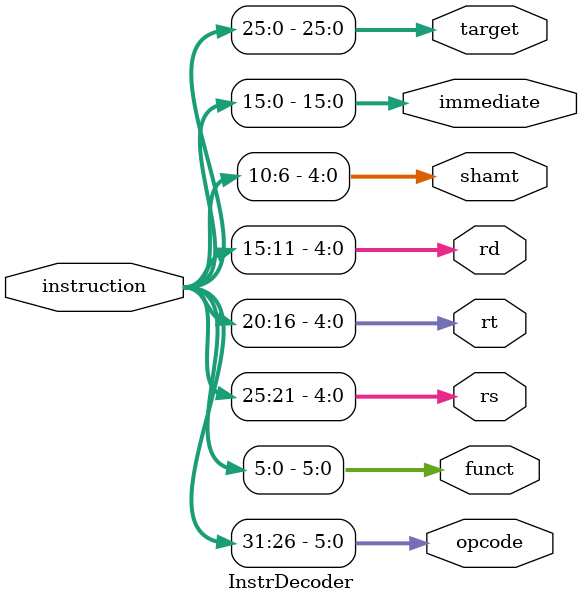
<source format=v>

module InstrDecoder(
		    input [31:0] instruction,
		    output reg [5:0]  opcode, funct,
		    output reg  [4:0]  rs, rt, rd, shamt,
		    output reg  [15:0] immediate,
		    output reg  [25:0] target);

   /*
    * assign opcode = instruction[31:26];
   assign instruction  = instruction[25:21];
   assign rt = instruction[20:16];
   assign rd = instruction[15:11];
   assign shamt = instruction[10:6];
   assign funct = instruction[5:0];
   assign immediate = instruction[15:0];
   assign target = instruction[25:0];
    */

   always @(*) begin
      opcode = instruction[31:26];
      rs  = instruction[25:21];
      rt = instruction[20:16];
      rd = instruction[15:11];
      shamt = instruction[10:6];
      funct = instruction[5:0];
      immediate = instruction[15:0];
      target = instruction[25:0];
   end

   endmodule

</source>
